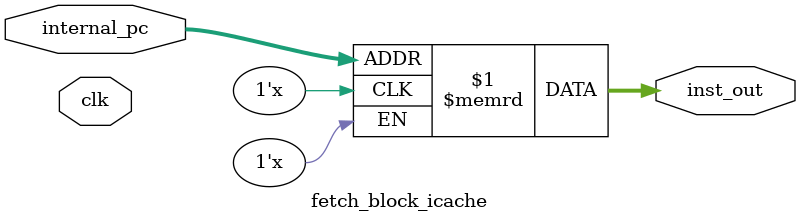
<source format=sv>


module fetch_block_icache(
  /* verilator lint_off UNUSED */
  input clk/* lint_on */,
  input [11:0] internal_pc,
  output [32-1:0] inst_out
);

  logic [32-1:0] icache[4096-1:0] /*verilator public*/;

  assign inst_out = icache[internal_pc];

endmodule
</source>
